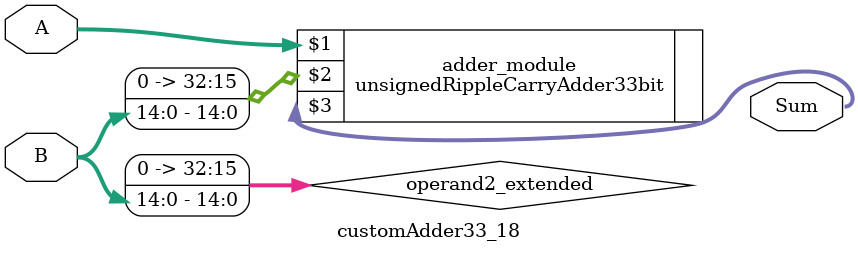
<source format=v>
module customAdder33_18(
                        input [32 : 0] A,
                        input [14 : 0] B,
                        
                        output [33 : 0] Sum
                );

        wire [32 : 0] operand2_extended;
        
        assign operand2_extended =  {18'b0, B};
        
        unsignedRippleCarryAdder33bit adder_module(
            A,
            operand2_extended,
            Sum
        );
        
        endmodule
        
</source>
